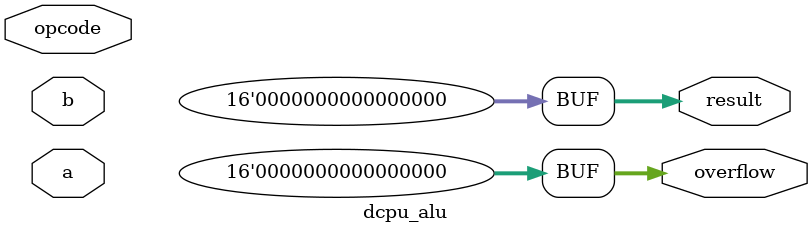
<source format=v>


module dcpu_alu(
  // Inputs
  opcode,
  a,
  b,
  // Outputs
  result,
  overflow
);

// Inputs
input [3:0]  opcode;
input [15:0] a; // First decoded operand
input [15:0] b; // Second decoded operand

// Outputs
output reg [15:0] result;
output reg [15:0] overflow;


// Compute result
always @(op_code, a, b) begin
  case(op_code)

    default: begin
      result <= 0;
      overflow <= 0;
    end
  endcase
end

endmodule

</source>
